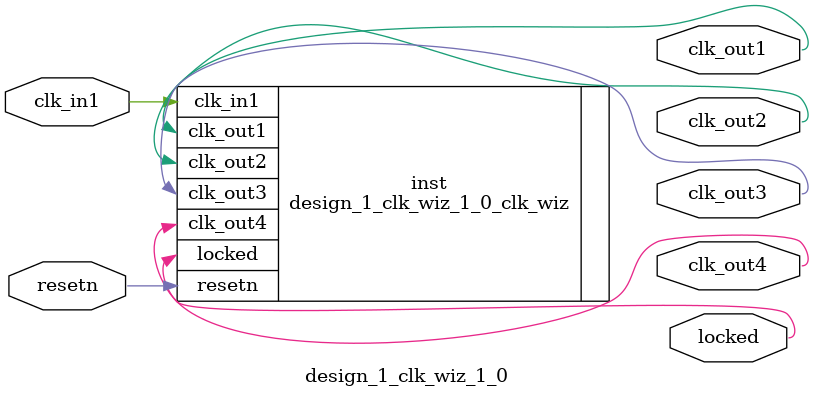
<source format=v>


`timescale 1ps/1ps

(* CORE_GENERATION_INFO = "design_1_clk_wiz_1_0,clk_wiz_v6_0_2_0_0,{component_name=design_1_clk_wiz_1_0,use_phase_alignment=true,use_min_o_jitter=false,use_max_i_jitter=false,use_dyn_phase_shift=false,use_inclk_switchover=false,use_dyn_reconfig=false,enable_axi=0,feedback_source=FDBK_AUTO,PRIMITIVE=MMCM,num_out_clk=4,clkin1_period=10.000,clkin2_period=10.000,use_power_down=false,use_reset=true,use_locked=true,use_inclk_stopped=false,feedback_type=SINGLE,CLOCK_MGR_TYPE=NA,manual_override=false}" *)

module design_1_clk_wiz_1_0 
 (
  // Clock out ports
  output        clk_out1,
  output        clk_out2,
  output        clk_out3,
  output        clk_out4,
  // Status and control signals
  input         resetn,
  output        locked,
 // Clock in ports
  input         clk_in1
 );

  design_1_clk_wiz_1_0_clk_wiz inst
  (
  // Clock out ports  
  .clk_out1(clk_out1),
  .clk_out2(clk_out2),
  .clk_out3(clk_out3),
  .clk_out4(clk_out4),
  // Status and control signals               
  .resetn(resetn), 
  .locked(locked),
 // Clock in ports
  .clk_in1(clk_in1)
  );

endmodule

</source>
